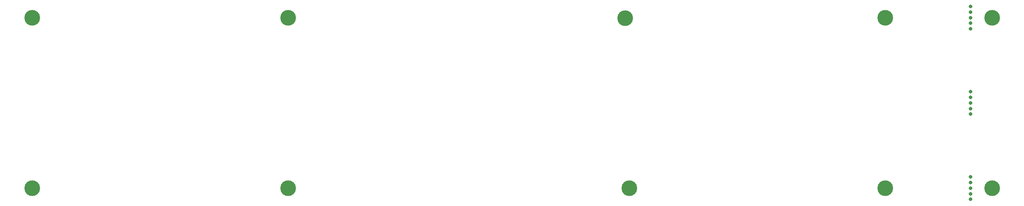
<source format=gbr>
G04 #@! TF.GenerationSoftware,KiCad,Pcbnew,(5.1.10-1-10_14)*
G04 #@! TF.CreationDate,2021-08-14T15:30:03-05:00*
G04 #@! TF.ProjectId,ori_top_plate,6f72695f-746f-4705-9f70-6c6174652e6b,rev?*
G04 #@! TF.SameCoordinates,Original*
G04 #@! TF.FileFunction,Soldermask,Top*
G04 #@! TF.FilePolarity,Negative*
%FSLAX46Y46*%
G04 Gerber Fmt 4.6, Leading zero omitted, Abs format (unit mm)*
G04 Created by KiCad (PCBNEW (5.1.10-1-10_14)) date 2021-08-14 15:30:03*
%MOMM*%
%LPD*%
G01*
G04 APERTURE LIST*
%ADD10C,0.800000*%
%ADD11C,3.500000*%
G04 APERTURE END LIST*
D10*
X375048450Y-97631692D03*
X375048450Y-96381692D03*
X375048450Y-95131692D03*
X375048450Y-98881692D03*
X375048450Y-100131692D03*
D11*
X165497570Y-97631660D03*
X165523314Y-59518904D03*
X222647810Y-59531500D03*
X222647810Y-97631660D03*
X297920000Y-59660000D03*
X298848130Y-97631660D03*
X356023474Y-59518904D03*
X356023474Y-97618936D03*
D10*
X375048450Y-78581580D03*
X375048450Y-77331580D03*
X375048450Y-76081580D03*
X375048450Y-79831580D03*
X375048450Y-81081580D03*
X375048450Y-59518808D03*
X375048450Y-58268808D03*
X375048450Y-57018808D03*
X375048450Y-60768808D03*
X375048450Y-62018808D03*
D11*
X379836330Y-59518840D03*
X379836330Y-97659743D03*
M02*

</source>
